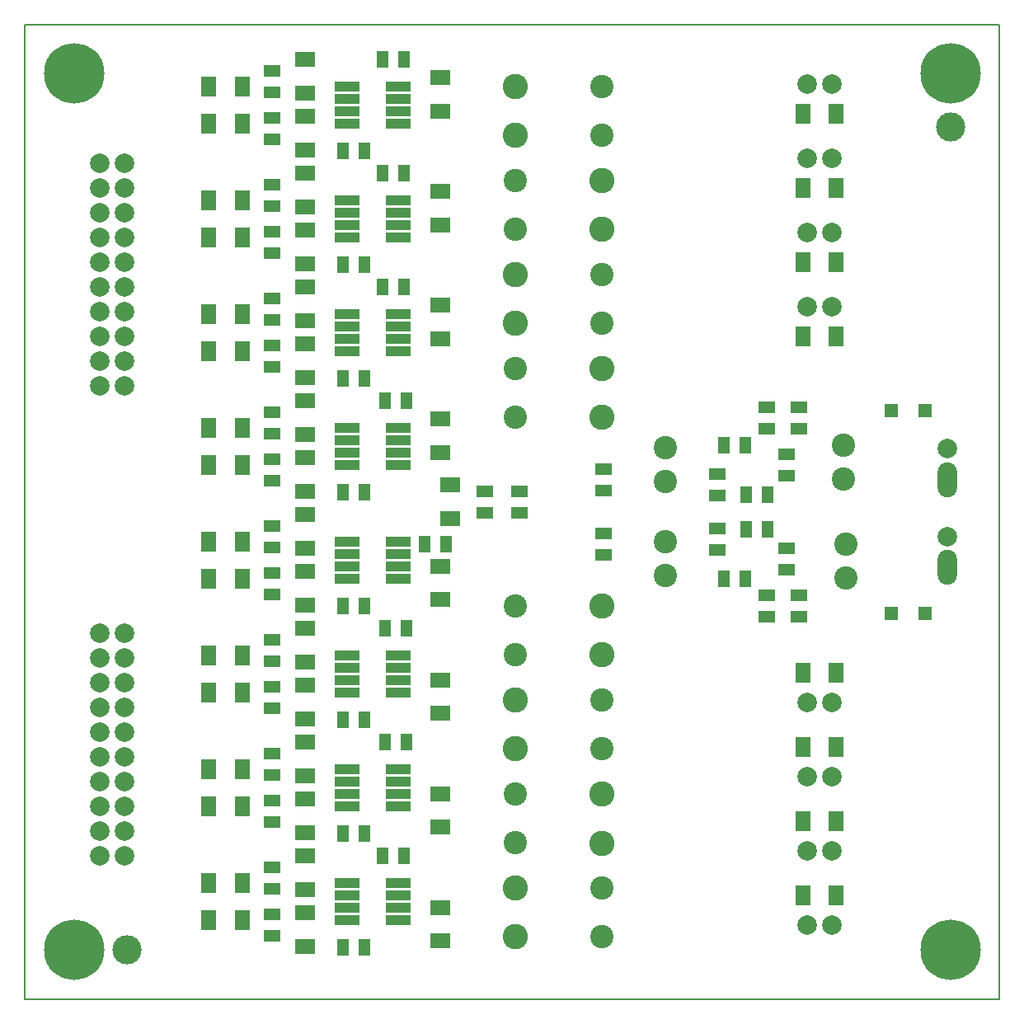
<source format=gts>
G04 #@! TF.FileFunction,Soldermask,Top*
%FSLAX46Y46*%
G04 Gerber Fmt 4.6, Leading zero omitted, Abs format (unit mm)*
G04 Created by KiCad (PCBNEW 4.0.2-stable) date 25/05/2016 10:40:19*
%MOMM*%
G01*
G04 APERTURE LIST*
%ADD10C,0.100000*%
%ADD11C,0.150000*%
%ADD12R,1.300000X1.700000*%
%ADD13R,1.700000X1.300000*%
%ADD14C,2.400000*%
%ADD15C,2.600000*%
%ADD16C,2.000000*%
%ADD17O,2.000000X3.600000*%
%ADD18R,1.500000X2.100000*%
%ADD19R,2.100000X1.500000*%
%ADD20R,2.600000X1.000000*%
%ADD21C,6.200000*%
%ADD22R,1.400000X1.400000*%
%ADD23C,3.000000*%
G04 APERTURE END LIST*
D10*
D11*
X100000000Y0D02*
X0Y0D01*
X100000000Y100000000D02*
X100000000Y0D01*
X0Y100000000D02*
X100000000Y100000000D01*
X0Y0D02*
X0Y100000000D01*
D12*
X76284000Y48260000D03*
X74084000Y48260000D03*
X74084000Y51816000D03*
X76284000Y51816000D03*
D13*
X50800000Y52154000D03*
X50800000Y49954000D03*
X25400000Y58082000D03*
X25400000Y60282000D03*
X25400000Y69766000D03*
X25400000Y71966000D03*
X25400000Y93134000D03*
X25400000Y95334000D03*
X25400000Y67140000D03*
X25400000Y64940000D03*
X25400000Y78824000D03*
X25400000Y76624000D03*
D14*
X84074000Y56868000D03*
X84074000Y53368000D03*
X84328000Y46708000D03*
X84328000Y43208000D03*
D13*
X79502000Y58590000D03*
X79502000Y60790000D03*
X79502000Y39286000D03*
X79502000Y41486000D03*
X78232000Y55964000D03*
X78232000Y53764000D03*
X78232000Y46312000D03*
X78232000Y44112000D03*
X71120000Y53932000D03*
X71120000Y51732000D03*
X71120000Y48344000D03*
X71120000Y46144000D03*
D14*
X65786000Y56614000D03*
X65786000Y53114000D03*
X65786000Y46962000D03*
X65786000Y43462000D03*
D13*
X59436000Y54440000D03*
X59436000Y52240000D03*
X59436000Y47836000D03*
X59436000Y45636000D03*
X25400000Y90508000D03*
X25400000Y88308000D03*
X25400000Y55456000D03*
X25400000Y53256000D03*
X25400000Y81450000D03*
X25400000Y83650000D03*
X47244000Y52154000D03*
X47244000Y49954000D03*
D15*
X50368000Y93686000D03*
X50368000Y88686000D03*
X59258000Y84034000D03*
X59258000Y79034000D03*
X50368000Y74382000D03*
X50368000Y69382000D03*
X59258000Y64730000D03*
X59258000Y59730000D03*
D16*
X80340000Y93980000D03*
X82880000Y93980000D03*
X80340000Y86360000D03*
X82880000Y86360000D03*
X80340000Y78740000D03*
X82880000Y78740000D03*
X80340000Y71120000D03*
X82880000Y71120000D03*
D12*
X73998000Y56896000D03*
X71798000Y56896000D03*
X73998000Y43180000D03*
X71798000Y43180000D03*
D16*
X94742000Y56515000D03*
D17*
X94742000Y53340000D03*
D16*
X94742000Y47498000D03*
D17*
X94742000Y44323000D03*
D16*
X7696000Y85852000D03*
X10236000Y85852000D03*
X7696000Y83312000D03*
X10236000Y83312000D03*
X7696000Y80772000D03*
X10236000Y80772000D03*
X7696000Y78232000D03*
X10236000Y78232000D03*
X7696000Y75692000D03*
X10236000Y75692000D03*
X7696000Y73152000D03*
X10236000Y73152000D03*
X7696000Y70612000D03*
X10236000Y70612000D03*
X7696000Y68072000D03*
X10236000Y68072000D03*
X7696000Y65532000D03*
X10236000Y65532000D03*
X7696000Y62992000D03*
X10236000Y62992000D03*
D18*
X22274000Y89916000D03*
X18874000Y89916000D03*
X22274000Y93726000D03*
X18874000Y93726000D03*
X22274000Y78232000D03*
X18874000Y78232000D03*
X22274000Y82042000D03*
X18874000Y82042000D03*
X22274000Y66548000D03*
X18874000Y66548000D03*
X22274000Y70358000D03*
X18874000Y70358000D03*
X22274000Y54864000D03*
X18874000Y54864000D03*
X22274000Y58674000D03*
X18874000Y58674000D03*
D19*
X28778000Y87200000D03*
X28778000Y90600000D03*
X28778000Y75516000D03*
X28778000Y78916000D03*
X28778000Y63832000D03*
X28778000Y67232000D03*
X28778000Y52148000D03*
X28778000Y55548000D03*
X28778000Y96442000D03*
X28778000Y93042000D03*
X28778000Y84758000D03*
X28778000Y81358000D03*
X28778000Y73074000D03*
X28778000Y69674000D03*
X28778000Y61390000D03*
X28778000Y57990000D03*
X42672000Y94586000D03*
X42672000Y91186000D03*
X42672000Y82902000D03*
X42672000Y79502000D03*
X42672000Y71218000D03*
X42672000Y67818000D03*
X42672000Y59534000D03*
X42672000Y56134000D03*
D18*
X83310000Y90932000D03*
X79910000Y90932000D03*
X83310000Y83312000D03*
X79910000Y83312000D03*
X83310000Y75692000D03*
X79910000Y75692000D03*
X83310000Y68072000D03*
X79910000Y68072000D03*
D20*
X33096000Y93726000D03*
X33096000Y92456000D03*
X33096000Y91186000D03*
X33096000Y89916000D03*
X38296000Y89916000D03*
X38296000Y91186000D03*
X38296000Y92456000D03*
X38296000Y93726000D03*
X33096000Y82042000D03*
X33096000Y80772000D03*
X33096000Y79502000D03*
X33096000Y78232000D03*
X38296000Y78232000D03*
X38296000Y79502000D03*
X38296000Y80772000D03*
X38296000Y82042000D03*
X33096000Y70358000D03*
X33096000Y69088000D03*
X33096000Y67818000D03*
X33096000Y66548000D03*
X38296000Y66548000D03*
X38296000Y67818000D03*
X38296000Y69088000D03*
X38296000Y70358000D03*
X33096000Y58674000D03*
X33096000Y57404000D03*
X33096000Y56134000D03*
X33096000Y54864000D03*
X38296000Y54864000D03*
X38296000Y56134000D03*
X38296000Y57404000D03*
X38296000Y58674000D03*
D12*
X36746000Y96520000D03*
X38946000Y96520000D03*
X32682000Y87122000D03*
X34882000Y87122000D03*
X36746000Y84836000D03*
X38946000Y84836000D03*
X36746000Y73152000D03*
X38946000Y73152000D03*
X37000000Y61468000D03*
X39200000Y61468000D03*
X32682000Y75438000D03*
X34882000Y75438000D03*
X32682000Y63754000D03*
X34882000Y63754000D03*
X32682000Y52070000D03*
X34882000Y52070000D03*
D19*
X43688000Y52754000D03*
X43688000Y49354000D03*
D12*
X36746000Y14732000D03*
X38946000Y14732000D03*
X37000000Y26416000D03*
X39200000Y26416000D03*
X37000000Y38100000D03*
X39200000Y38100000D03*
X32682000Y5334000D03*
X34882000Y5334000D03*
X32682000Y17018000D03*
X34882000Y17018000D03*
X32682000Y28702000D03*
X34882000Y28702000D03*
D13*
X25400000Y43772000D03*
X25400000Y41572000D03*
X25400000Y32088000D03*
X25400000Y29888000D03*
X25400000Y20404000D03*
X25400000Y18204000D03*
X25400000Y8720000D03*
X25400000Y6520000D03*
X25400000Y46398000D03*
X25400000Y48598000D03*
X25400000Y34714000D03*
X25400000Y36914000D03*
X25400000Y23030000D03*
X25400000Y25230000D03*
X25400000Y11346000D03*
X25400000Y13546000D03*
D12*
X41064000Y46736000D03*
X43264000Y46736000D03*
X32682000Y40386000D03*
X34882000Y40386000D03*
D15*
X59258000Y35346000D03*
X59258000Y40346000D03*
X50368000Y25694000D03*
X50368000Y30694000D03*
X59258000Y16002000D03*
X59258000Y21002000D03*
X50368000Y6390000D03*
X50368000Y11390000D03*
D16*
X80340000Y30480000D03*
X82880000Y30480000D03*
X80340000Y22860000D03*
X82880000Y22860000D03*
X80340000Y15240000D03*
X82880000Y15240000D03*
X80340000Y7620000D03*
X82880000Y7620000D03*
X7696000Y37592000D03*
X10236000Y37592000D03*
X7696000Y35052000D03*
X10236000Y35052000D03*
X7696000Y32512000D03*
X10236000Y32512000D03*
X7696000Y29972000D03*
X10236000Y29972000D03*
X7696000Y27432000D03*
X10236000Y27432000D03*
X7696000Y24892000D03*
X10236000Y24892000D03*
X7696000Y22352000D03*
X10236000Y22352000D03*
X7696000Y19812000D03*
X10236000Y19812000D03*
X7696000Y17272000D03*
X10236000Y17272000D03*
X7696000Y14732000D03*
X10236000Y14732000D03*
D18*
X22274000Y43180000D03*
X18874000Y43180000D03*
X22274000Y46990000D03*
X18874000Y46990000D03*
X22274000Y31496000D03*
X18874000Y31496000D03*
X22274000Y35306000D03*
X18874000Y35306000D03*
X22274000Y19812000D03*
X18874000Y19812000D03*
X22274000Y23622000D03*
X18874000Y23622000D03*
X22274000Y8128000D03*
X18874000Y8128000D03*
X22274000Y11938000D03*
X18874000Y11938000D03*
D19*
X28778000Y40464000D03*
X28778000Y43864000D03*
X28778000Y28780000D03*
X28778000Y32180000D03*
X28778000Y17096000D03*
X28778000Y20496000D03*
X28778000Y5412000D03*
X28778000Y8812000D03*
X28778000Y49706000D03*
X28778000Y46306000D03*
X28778000Y38022000D03*
X28778000Y34622000D03*
X28778000Y26338000D03*
X28778000Y22938000D03*
X28778000Y14654000D03*
X28778000Y11254000D03*
X42672000Y41050000D03*
X42672000Y44450000D03*
X42672000Y29366000D03*
X42672000Y32766000D03*
X42672000Y17682000D03*
X42672000Y21082000D03*
X42672000Y5998000D03*
X42672000Y9398000D03*
D18*
X83310000Y33528000D03*
X79910000Y33528000D03*
X83310000Y25908000D03*
X79910000Y25908000D03*
X83310000Y18288000D03*
X79910000Y18288000D03*
X83310000Y10668000D03*
X79910000Y10668000D03*
D20*
X33096000Y46990000D03*
X33096000Y45720000D03*
X33096000Y44450000D03*
X33096000Y43180000D03*
X38296000Y43180000D03*
X38296000Y44450000D03*
X38296000Y45720000D03*
X38296000Y46990000D03*
X33096000Y35306000D03*
X33096000Y34036000D03*
X33096000Y32766000D03*
X33096000Y31496000D03*
X38296000Y31496000D03*
X38296000Y32766000D03*
X38296000Y34036000D03*
X38296000Y35306000D03*
X33096000Y23622000D03*
X33096000Y22352000D03*
X33096000Y21082000D03*
X33096000Y19812000D03*
X38296000Y19812000D03*
X38296000Y21082000D03*
X38296000Y22352000D03*
X38296000Y23622000D03*
X33096000Y11938000D03*
X33096000Y10668000D03*
X33096000Y9398000D03*
X33096000Y8128000D03*
X38296000Y8128000D03*
X38296000Y9398000D03*
X38296000Y10668000D03*
X38296000Y11938000D03*
D13*
X76200000Y58590000D03*
X76200000Y60790000D03*
X76200000Y39286000D03*
X76200000Y41486000D03*
D21*
X95000000Y5000000D03*
X5000000Y5000000D03*
X5000000Y95000000D03*
X95000000Y95000000D03*
D22*
X88978000Y60452000D03*
X92378000Y60452000D03*
X92378000Y39624000D03*
X88978000Y39624000D03*
D23*
X10500000Y5000000D03*
X95000000Y89500000D03*
D14*
X59258000Y6390000D03*
X59258000Y11390000D03*
X50368000Y16042000D03*
X50368000Y21042000D03*
X59258000Y25694000D03*
X59258000Y30694000D03*
X50368000Y35346000D03*
X50368000Y40346000D03*
X59258000Y74382000D03*
X59258000Y69382000D03*
X50368000Y84034000D03*
X50368000Y79034000D03*
X59258000Y93686000D03*
X59258000Y88686000D03*
X50368000Y64730000D03*
X50368000Y59730000D03*
M02*

</source>
